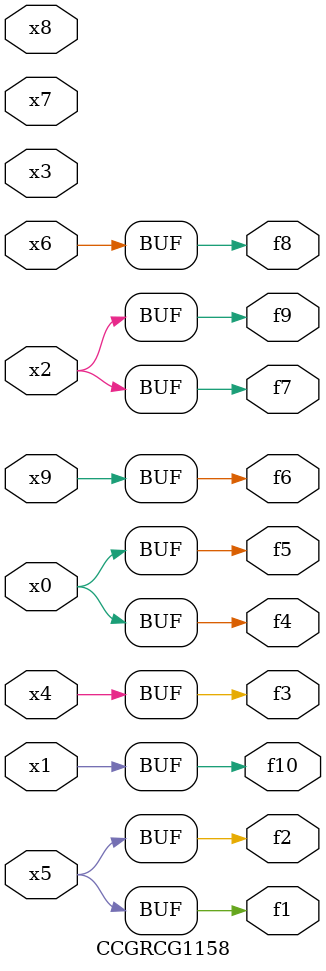
<source format=v>
module CCGRCG1158(
	input x0, x1, x2, x3, x4, x5, x6, x7, x8, x9,
	output f1, f2, f3, f4, f5, f6, f7, f8, f9, f10
);
	assign f1 = x5;
	assign f2 = x5;
	assign f3 = x4;
	assign f4 = x0;
	assign f5 = x0;
	assign f6 = x9;
	assign f7 = x2;
	assign f8 = x6;
	assign f9 = x2;
	assign f10 = x1;
endmodule

</source>
